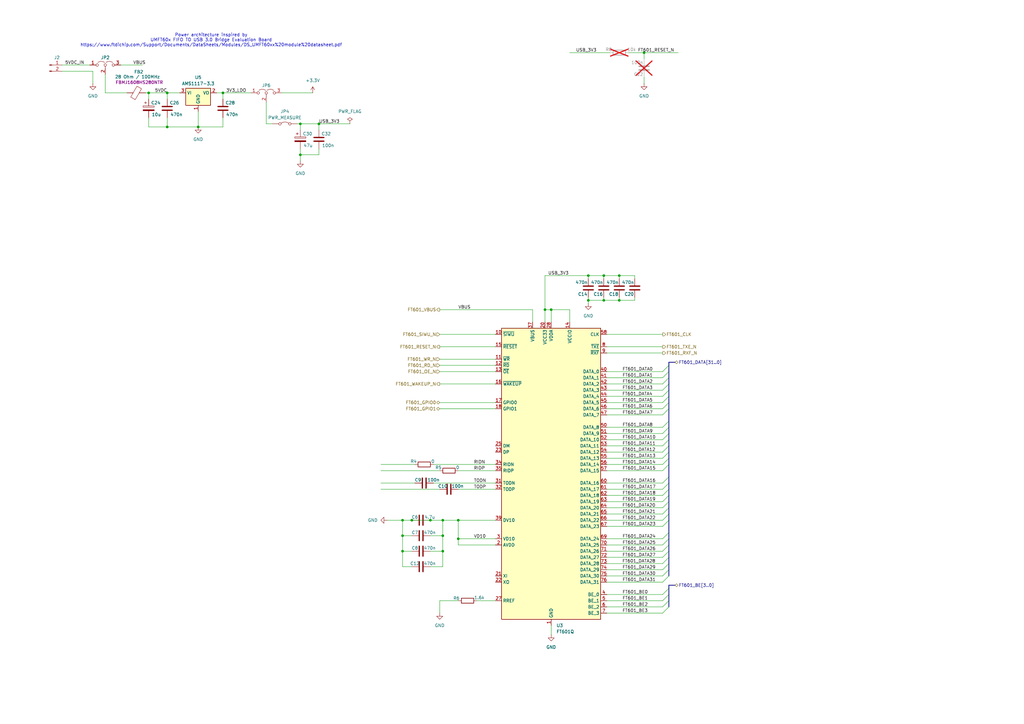
<source format=kicad_sch>
(kicad_sch (version 20250114) (generator "eeschema") (generator_version "9.0")
  (paper "A3")
  (lib_symbols
    (symbol "Connector:Conn_01x02_Pin" (pin_names (offset 1.016) (hide yes))
      (property "Reference" "J" (at 0 2.54 0))
      (property "Value" "Conn_01x02_Pin" (at 0 -5.08 0))
      (symbol "Conn_01x02_Pin_1_1"
        (rectangle (start 0.8636 0.127) (end 0 -0.127) (stroke (width 0.1524)) (fill (type outline)))
        (rectangle (start 0.8636 -2.413) (end 0 -2.667) (stroke (width 0.1524)) (fill (type outline)))
        (polyline (pts (xy 1.27 0) (xy 0.8636 0)) (stroke (width 0.1524)))
        (polyline (pts (xy 1.27 -2.54) (xy 0.8636 -2.54)) (stroke (width 0.1524)))
        (pin passive line (at 5.08 0 180) (length 3.81) (name "Pin_1") (number "1"))
        (pin passive line (at 5.08 -2.54 180) (length 3.81) (name "Pin_2") (number "2"))
      )
    )
    (symbol "Device:C" (pin_numbers (hide yes)) (pin_names (offset 0.254))
      (property "Reference" "C" (at 0.635 2.54 0))
      (property "Value" "C" (at 0.635 -2.54 0))
      (symbol "C_0_1"
        (polyline (pts (xy -2.032 0.762) (xy 2.032 0.762)) (stroke (width 0.508)))
        (polyline (pts (xy -2.032 -0.762) (xy 2.032 -0.762)) (stroke (width 0.508)))
      )
      (symbol "C_1_1"
        (pin passive line (at 0 3.81 270) (length 2.794) (name "~") (number "1"))
        (pin passive line (at 0 -3.81 90) (length 2.794) (name "~") (number "2"))
      )
    )
    (symbol "Device:C_Polarized" (pin_numbers (hide yes)) (pin_names (offset 0.254))
      (property "Reference" "C" (at 0.635 2.54 0))
      (property "Value" "C_Polarized" (at 0.635 -2.54 0))
      (symbol "C_Polarized_0_1"
        (rectangle (start -2.286 0.508) (end 2.286 1.016))
        (polyline (pts (xy -1.778 2.286) (xy -0.762 2.286)))
        (polyline (pts (xy -1.27 2.794) (xy -1.27 1.778)))
        (rectangle (start 2.286 -0.508) (end -2.286 -1.016) (fill (type outline)))
      )
      (symbol "C_Polarized_1_1"
        (pin passive line (at 0 3.81 270) (length 2.794) (name "~") (number "1"))
        (pin passive line (at 0 -3.81 90) (length 2.794) (name "~") (number "2"))
      )
    )
    (symbol "Device:FerriteBead" (pin_numbers (hide yes)) (pin_names (offset 0))
      (property "Reference" "FB" (at -3.81 0.635 90))
      (property "Value" "FerriteBead" (at 3.81 0 90))
      (symbol "FerriteBead_0_1"
        (polyline (pts (xy -2.7686 0.4064) (xy -1.7018 2.2606) (xy 2.7686 -0.3048) (xy 1.6764 -2.159) (xy -2.7686 0.4064)))
        (polyline (pts (xy 0 1.27) (xy 0 1.2954)))
        (polyline (pts (xy 0 -1.27) (xy 0 -1.2192)))
      )
      (symbol "FerriteBead_1_1"
        (pin passive line (at 0 3.81 270) (length 2.54) (name "~") (number "1"))
        (pin passive line (at 0 -3.81 90) (length 2.54) (name "~") (number "2"))
      )
    )
    (symbol "Device:R" (pin_numbers (hide yes)) (pin_names (offset 0))
      (property "Reference" "R" (at 2.032 0 90))
      (property "Value" "R" (at 0 0 90))
      (symbol "R_0_1"
        (rectangle (start -1.016 -2.54) (end 1.016 2.54) (stroke (width 0.254)))
      )
      (symbol "R_1_1"
        (pin passive line (at 0 3.81 270) (length 1.27) (name "~") (number "1"))
        (pin passive line (at 0 -3.81 90) (length 1.27) (name "~") (number "2"))
      )
    )
    (symbol "Interface_USB:FT601Q"
      (property "Reference" "U" (at -19.05 62.23 0))
      (property "Value" "FT601Q" (at 16.51 62.23 0))
      (symbol "FT601Q_0_1"
        (rectangle (start -20.32 60.96) (end 20.32 -58.42) (stroke (width 0.254)) (fill (type background)))
      )
      (symbol "FT601Q_1_1"
        (pin input line (at -22.86 58.42 0) (length 2.54) (name "~{SIWU}") (number "10"))
        (pin input line (at -22.86 53.34 0) (length 2.54) (name "~{RESET}") (number "15"))
        (pin input line (at -22.86 48.26 0) (length 2.54) (name "~{WR}") (number "11"))
        (pin input line (at -22.86 45.72 0) (length 2.54) (name "~{RD}") (number "12"))
        (pin input line (at -22.86 43.18 0) (length 2.54) (name "~{OE}") (number "13"))
        (pin bidirectional line (at -22.86 38.1 0) (length 2.54) (name "~{WAKEUP}") (number "16"))
        (pin bidirectional line (at -22.86 30.48 0) (length 2.54) (name "GPIO0") (number "17"))
        (pin bidirectional line (at -22.86 27.94 0) (length 2.54) (name "GPIO1") (number "18"))
        (pin bidirectional line (at -22.86 12.7 0) (length 2.54) (name "DM") (number "25"))
        (pin bidirectional line (at -22.86 10.16 0) (length 2.54) (name "DP") (number "23"))
        (pin input line (at -22.86 5.08 0) (length 2.54) (name "RIDN") (number "34"))
        (pin input line (at -22.86 2.54 0) (length 2.54) (name "RIDP") (number "35"))
        (pin output line (at -22.86 -2.54 0) (length 2.54) (name "TODN") (number "31"))
        (pin output line (at -22.86 -5.08 0) (length 2.54) (name "TODP") (number "32"))
        (pin power_out line (at -22.86 -17.78 0) (length 2.54) (name "DV10") (number "39"))
        (pin power_in line (at -22.86 -25.4 0) (length 2.54) (name "VD10") (number "3"))
        (pin passive line (at -22.86 -25.4 0) (length 2.54) (hide yes) (name "VD10") (number "30"))
        (pin passive line (at -22.86 -25.4 0) (length 2.54) (hide yes) (name "VD10") (number "33"))
        (pin passive line (at -22.86 -25.4 0) (length 2.54) (hide yes) (name "VD10") (number "48"))
        (pin power_in line (at -22.86 -27.94 0) (length 2.54) (name "AVDD") (number "2"))
        (pin input line (at -22.86 -40.64 0) (length 2.54) (name "XI") (number "21"))
        (pin output line (at -22.86 -43.18 0) (length 2.54) (name "XO") (number "22"))
        (pin input line (at -22.86 -50.8 0) (length 2.54) (name "RREF") (number "27"))
        (pin no_connect line (at -20.32 -48.26 0) (length 2.54) (hide yes) (name "Reserved") (number "19"))
        (pin power_in line (at -7.62 63.5 270) (length 2.54) (name "VBUS") (number "37"))
        (pin power_in line (at -2.54 63.5 270) (length 2.54) (name "VCC33") (number "20"))
        (pin passive line (at -2.54 63.5 270) (length 2.54) (hide yes) (name "VCC33") (number "24"))
        (pin passive line (at -2.54 63.5 270) (length 2.54) (hide yes) (name "VCC33") (number "38"))
        (pin power_in line (at 0 63.5 270) (length 2.54) (name "VDDA") (number "28"))
        (pin power_in line (at 0 -60.96 90) (length 2.54) (name "GND") (number "1"))
        (pin passive line (at 0 -60.96 90) (length 2.54) (hide yes) (name "GND") (number "26"))
        (pin passive line (at 0 -60.96 90) (length 2.54) (hide yes) (name "GND") (number "29"))
        (pin passive line (at 0 -60.96 90) (length 2.54) (hide yes) (name "GND") (number "36"))
        (pin passive line (at 0 -60.96 90) (length 2.54) (hide yes) (name "GND") (number "77"))
        (pin power_in line (at 7.62 63.5 270) (length 2.54) (name "VCCIO") (number "14"))
        (pin passive line (at 7.62 63.5 270) (length 2.54) (hide yes) (name "VCCIO") (number "49"))
        (pin passive line (at 7.62 63.5 270) (length 2.54) (hide yes) (name "VCCIO") (number "59"))
        (pin passive line (at 7.62 63.5 270) (length 2.54) (hide yes) (name "VCCIO") (number "68"))
        (pin output line (at 22.86 58.42 180) (length 2.54) (name "CLK") (number "58"))
        (pin output line (at 22.86 53.34 180) (length 2.54) (name "~{TXE}") (number "8"))
        (pin output line (at 22.86 50.8 180) (length 2.54) (name "~{RXF}") (number "9"))
        (pin bidirectional line (at 22.86 43.18 180) (length 2.54) (name "DATA_0") (number "40"))
        (pin bidirectional line (at 22.86 40.64 180) (length 2.54) (name "DATA_1") (number "41"))
        (pin bidirectional line (at 22.86 38.1 180) (length 2.54) (name "DATA_2") (number "42"))
        (pin bidirectional line (at 22.86 35.56 180) (length 2.54) (name "DATA_3") (number "43"))
        (pin bidirectional line (at 22.86 33.02 180) (length 2.54) (name "DATA_4") (number "44"))
        (pin bidirectional line (at 22.86 30.48 180) (length 2.54) (name "DATA_5") (number "45"))
        (pin bidirectional line (at 22.86 27.94 180) (length 2.54) (name "DATA_6") (number "46"))
        (pin bidirectional line (at 22.86 25.4 180) (length 2.54) (name "DATA_7") (number "47"))
        (pin bidirectional line (at 22.86 20.32 180) (length 2.54) (name "DATA_8") (number "50"))
        (pin bidirectional line (at 22.86 17.78 180) (length 2.54) (name "DATA_9") (number "51"))
        (pin bidirectional line (at 22.86 15.24 180) (length 2.54) (name "DATA_10") (number "52"))
        (pin bidirectional line (at 22.86 12.7 180) (length 2.54) (name "DATA_11") (number "53"))
        (pin bidirectional line (at 22.86 10.16 180) (length 2.54) (name "DATA_12") (number "54"))
        (pin bidirectional line (at 22.86 7.62 180) (length 2.54) (name "DATA_13") (number "55"))
        (pin bidirectional line (at 22.86 5.08 180) (length 2.54) (name "DATA_14") (number "56"))
        (pin bidirectional line (at 22.86 2.54 180) (length 2.54) (name "DATA_15") (number "57"))
        (pin bidirectional line (at 22.86 -2.54 180) (length 2.54) (name "DATA_16") (number "60"))
        (pin bidirectional line (at 22.86 -5.08 180) (length 2.54) (name "DATA_17") (number "61"))
        (pin bidirectional line (at 22.86 -7.62 180) (length 2.54) (name "DATA_18") (number "62"))
        (pin bidirectional line (at 22.86 -10.16 180) (length 2.54) (name "DATA_19") (number "63"))
        (pin bidirectional line (at 22.86 -12.7 180) (length 2.54) (name "DATA_20") (number "64"))
        (pin bidirectional line (at 22.86 -15.24 180) (length 2.54) (name "DATA_21") (number "65"))
        (pin bidirectional line (at 22.86 -17.78 180) (length 2.54) (name "DATA_22") (number "66"))
        (pin bidirectional line (at 22.86 -20.32 180) (length 2.54) (name "DATA_23") (number "67"))
        (pin bidirectional line (at 22.86 -25.4 180) (length 2.54) (name "DATA_24") (number "69"))
        (pin bidirectional line (at 22.86 -27.94 180) (length 2.54) (name "DATA_25") (number "70"))
        (pin bidirectional line (at 22.86 -30.48 180) (length 2.54) (name "DATA_26") (number "71"))
        (pin bidirectional line (at 22.86 -33.02 180) (length 2.54) (name "DATA_27") (number "72"))
        (pin bidirectional line (at 22.86 -35.56 180) (length 2.54) (name "DATA_28") (number "73"))
        (pin bidirectional line (at 22.86 -38.1 180) (length 2.54) (name "DATA_29") (number "74"))
        (pin bidirectional line (at 22.86 -40.64 180) (length 2.54) (name "DATA_30") (number "75"))
        (pin bidirectional line (at 22.86 -43.18 180) (length 2.54) (name "DATA_31") (number "76"))
        (pin bidirectional line (at 22.86 -48.26 180) (length 2.54) (name "BE_0") (number "4"))
        (pin bidirectional line (at 22.86 -50.8 180) (length 2.54) (name "BE_1") (number "5"))
        (pin bidirectional line (at 22.86 -53.34 180) (length 2.54) (name "BE_2") (number "6"))
        (pin bidirectional line (at 22.86 -55.88 180) (length 2.54) (name "BE_3") (number "7"))
      )
    )
    (symbol "Jumper:Jumper_2_Bridged" (pin_numbers (hide yes)) (pin_names (offset 0) (hide yes)) (exclude_from_sim yes)
      (property "Reference" "JP" (at 0 1.905 0))
      (property "Value" "Jumper_2_Bridged" (at 0 -2.54 0))
      (symbol "Jumper_2_Bridged_0_0"
        (circle (center -2.032 0) (radius 0.508))
        (circle (center 2.032 0) (radius 0.508))
      )
      (symbol "Jumper_2_Bridged_0_1"
        (arc (start -1.524 0.254) (mid 0 0.762) (end 1.524 0.254))
      )
      (symbol "Jumper_2_Bridged_1_1"
        (pin passive line (at -5.08 0 0) (length 2.54) (name "A") (number "1"))
        (pin passive line (at 5.08 0 180) (length 2.54) (name "B") (number "2"))
      )
    )
    (symbol "Jumper:Jumper_3_Open" (pin_names (offset 0) (hide yes)) (exclude_from_sim yes) (in_bom no)
      (property "Reference" "JP" (at -2.54 -2.54 0))
      (property "Value" "Jumper_3_Open" (at 0 2.794 0))
      (symbol "Jumper_3_Open_0_0"
        (circle (center -3.302 0) (radius 0.508))
        (circle (center 0 0) (radius 0.508))
        (circle (center 3.302 0) (radius 0.508))
      )
      (symbol "Jumper_3_Open_0_1"
        (arc (start -3.048 1.016) (mid -1.651 1.4992) (end -0.254 1.016))
        (polyline (pts (xy 0 -0.508) (xy 0 -1.27)))
        (arc (start 0.254 1.016) (mid 1.651 1.4992) (end 3.048 1.016))
      )
      (symbol "Jumper_3_Open_1_1"
        (pin passive line (at -6.35 0 0) (length 2.54) (name "A") (number "1"))
        (pin passive line (at 0 -3.81 90) (length 2.54) (name "C") (number "2"))
        (pin passive line (at 6.35 0 180) (length 2.54) (name "B") (number "3"))
      )
    )
    (symbol "Regulator_Linear:AMS1117-3.3"
      (property "Reference" "U" (at -3.81 3.175 0))
      (property "Value" "AMS1117-3.3" (at 0 3.175 0))
      (symbol "AMS1117-3.3_0_1"
        (rectangle (start -5.08 -5.08) (end 5.08 1.905) (stroke (width 0.254)) (fill (type background)))
      )
      (symbol "AMS1117-3.3_1_1"
        (pin power_in line (at -7.62 0 0) (length 2.54) (name "VI") (number "3"))
        (pin power_in line (at 0 -7.62 90) (length 2.54) (name "GND") (number "1"))
        (pin power_out line (at 7.62 0 180) (length 2.54) (name "VO") (number "2"))
      )
    )
    (symbol "power:+3.3V" (power) (pin_numbers (hide yes)) (pin_names (offset 0) (hide yes))
      (property "Value" "+3.3V" (at 0 3.556 0))
      (symbol "+3.3V_0_1"
        (polyline (pts (xy -0.762 1.27) (xy 0 2.54)))
        (polyline (pts (xy 0 2.54) (xy 0.762 1.27)))
        (polyline (pts (xy 0 0) (xy 0 2.54)))
      )
      (symbol "+3.3V_1_1"
        (pin power_in line (at 0 0 90) (length 0) (name "~") (number "1"))
      )
    )
    (symbol "power:GND" (power) (pin_numbers (hide yes)) (pin_names (offset 0) (hide yes))
      (property "Value" "GND" (at 0 -3.81 0))
      (symbol "GND_0_1"
        (polyline (pts (xy 0 0) (xy 0 -1.27) (xy 1.27 -1.27) (xy 0 -2.54) (xy -1.27 -1.27) (xy 0 -1.27)))
      )
      (symbol "GND_1_1"
        (pin power_in line (at 0 0 270) (length 0) (name "~") (number "1"))
      )
    )
    (symbol "power:PWR_FLAG" (power) (pin_numbers (hide yes)) (pin_names (offset 0) (hide yes))
      (property "Value" "PWR_FLAG" (at 0 3.81 0))
      (symbol "PWR_FLAG_0_0"
        (pin power_out line (at 0 0 90) (length 0) (name "~") (number "1"))
      )
      (symbol "PWR_FLAG_0_1"
        (polyline (pts (xy 0 0) (xy 0 1.27) (xy -1.016 1.905) (xy 0 2.54) (xy 1.016 1.905) (xy 0 1.27)))
      )
    )
  )
  (text "Power architecture inspired by\nUMFT60x FIFO TO USB 3.0 Bridge Evaluation Board\nhttps://www.ftdichip.com/Support/Documents/DataSheets/Modules/DS_UMFT60xx%20module%20datasheet.pdf" (at 86.614 16.51 0) (effects (font (size 1.27 1.27))))
  (junction (at 123.19 63.5))
  (junction (at 81.28 52.07))
  (junction (at 247.65 123.19))
  (junction (at 165.1 213.36))
  (junction (at 176.53 213.36))
  (junction (at 181.61 213.36))
  (junction (at 254 123.19))
  (junction (at 187.96 220.98))
  (junction (at 223.52 127))
  (junction (at 91.44 38.1))
  (junction (at 165.1 226.06))
  (junction (at 130.81 50.8))
  (junction (at 226.06 127))
  (junction (at 264.16 21.59))
  (junction (at 68.58 38.1))
  (junction (at 247.65 113.03))
  (junction (at 241.3 123.19))
  (junction (at 168.91 213.36))
  (junction (at 187.96 213.36))
  (junction (at 123.19 50.8))
  (junction (at 181.61 219.71))
  (junction (at 68.58 52.07))
  (junction (at 254 113.03))
  (junction (at 241.3 113.03))
  (junction (at 165.1 219.71))
  (junction (at 181.61 226.06))
  (junction (at 60.96 38.1))
  (bus_entry (at 271.78 231.14) (size 2.54 -2.54))
  (bus_entry (at 271.78 175.26) (size 2.54 -2.54))
  (bus_entry (at 271.78 220.98) (size 2.54 -2.54))
  (bus_entry (at 271.78 215.9) (size 2.54 -2.54))
  (bus_entry (at 271.78 193.04) (size 2.54 -2.54))
  (bus_entry (at 271.78 154.94) (size 2.54 -2.54))
  (bus_entry (at 271.78 210.82) (size 2.54 -2.54))
  (bus_entry (at 271.78 248.92) (size 2.54 -2.54))
  (bus_entry (at 271.78 251.46) (size 2.54 -2.54))
  (bus_entry (at 271.78 165.1) (size 2.54 -2.54))
  (bus_entry (at 271.78 160.02) (size 2.54 -2.54))
  (bus_entry (at 271.78 185.42) (size 2.54 -2.54))
  (bus_entry (at 271.78 152.4) (size 2.54 -2.54))
  (bus_entry (at 271.78 167.64) (size 2.54 -2.54))
  (bus_entry (at 271.78 187.96) (size 2.54 -2.54))
  (bus_entry (at 271.78 162.56) (size 2.54 -2.54))
  (bus_entry (at 271.78 243.84) (size 2.54 -2.54))
  (bus_entry (at 271.78 208.28) (size 2.54 -2.54))
  (bus_entry (at 271.78 203.2) (size 2.54 -2.54))
  (bus_entry (at 271.78 177.8) (size 2.54 -2.54))
  (bus_entry (at 271.78 238.76) (size 2.54 -2.54))
  (bus_entry (at 271.78 236.22) (size 2.54 -2.54))
  (bus_entry (at 271.78 180.34) (size 2.54 -2.54))
  (bus_entry (at 271.78 200.66) (size 2.54 -2.54))
  (bus_entry (at 271.78 170.18) (size 2.54 -2.54))
  (bus_entry (at 271.78 213.36) (size 2.54 -2.54))
  (bus_entry (at 271.78 205.74) (size 2.54 -2.54))
  (bus_entry (at 271.78 233.68) (size 2.54 -2.54))
  (bus_entry (at 271.78 246.38) (size 2.54 -2.54))
  (bus_entry (at 271.78 223.52) (size 2.54 -2.54))
  (bus_entry (at 271.78 157.48) (size 2.54 -2.54))
  (bus_entry (at 271.78 226.06) (size 2.54 -2.54))
  (bus_entry (at 271.78 198.12) (size 2.54 -2.54))
  (bus_entry (at 271.78 190.5) (size 2.54 -2.54))
  (bus_entry (at 271.78 182.88) (size 2.54 -2.54))
  (bus_entry (at 271.78 228.6) (size 2.54 -2.54))
  (wire (pts (xy 181.61 226.06) (xy 181.61 232.41)))
  (bus (pts (xy 274.32 218.44) (xy 274.32 220.98)))
  (wire (pts (xy 264.16 21.59) (xy 278.13 21.59)))
  (wire (pts (xy 248.92 205.74) (xy 271.78 205.74)))
  (wire (pts (xy 248.92 238.76) (xy 271.78 238.76)))
  (wire (pts (xy 248.92 200.66) (xy 271.78 200.66)))
  (wire (pts (xy 248.92 182.88) (xy 271.78 182.88)))
  (bus (pts (xy 274.32 223.52) (xy 274.32 226.06)))
  (wire (pts (xy 180.34 137.16) (xy 203.2 137.16)))
  (wire (pts (xy 247.65 113.03) (xy 254 113.03)))
  (wire (pts (xy 248.92 177.8) (xy 271.78 177.8)))
  (wire (pts (xy 248.92 193.04) (xy 271.78 193.04)))
  (wire (pts (xy 226.06 132.08) (xy 226.06 127)))
  (wire (pts (xy 60.96 52.07) (xy 68.58 52.07)))
  (bus (pts (xy 274.32 241.3) (xy 274.32 240.03)))
  (wire (pts (xy 25.4 29.21) (xy 38.1 29.21)))
  (wire (pts (xy 218.44 132.08) (xy 218.44 127)))
  (wire (pts (xy 43.18 38.1) (xy 52.07 38.1)))
  (wire (pts (xy 68.58 48.26) (xy 68.58 52.07)))
  (wire (pts (xy 248.92 213.36) (xy 271.78 213.36)))
  (wire (pts (xy 180.34 165.1) (xy 203.2 165.1)))
  (bus (pts (xy 274.32 152.4) (xy 274.32 154.94)))
  (wire (pts (xy 248.92 251.46) (xy 271.78 251.46)))
  (wire (pts (xy 123.19 63.5) (xy 130.81 63.5)))
  (bus (pts (xy 274.32 149.86) (xy 274.32 152.4)))
  (wire (pts (xy 38.1 29.21) (xy 38.1 34.29)))
  (wire (pts (xy 180.34 246.38) (xy 180.34 251.46)))
  (wire (pts (xy 248.92 233.68) (xy 271.78 233.68)))
  (wire (pts (xy 233.68 127) (xy 226.06 127)))
  (wire (pts (xy 223.52 127) (xy 223.52 132.08)))
  (wire (pts (xy 168.91 213.36) (xy 176.53 213.36)))
  (wire (pts (xy 248.92 175.26) (xy 271.78 175.26)))
  (wire (pts (xy 248.92 180.34) (xy 271.78 180.34)))
  (wire (pts (xy 68.58 38.1) (xy 68.58 40.64)))
  (wire (pts (xy 81.28 52.07) (xy 68.58 52.07)))
  (wire (pts (xy 248.92 248.92) (xy 271.78 248.92)))
  (wire (pts (xy 187.96 193.04) (xy 203.2 193.04)))
  (wire (pts (xy 156.21 193.04) (xy 180.34 193.04)))
  (wire (pts (xy 181.61 213.36) (xy 181.61 219.71)))
  (wire (pts (xy 180.34 127) (xy 218.44 127)))
  (wire (pts (xy 59.69 38.1) (xy 60.96 38.1)))
  (wire (pts (xy 248.92 137.16) (xy 271.78 137.16)))
  (wire (pts (xy 123.19 50.8) (xy 130.81 50.8)))
  (wire (pts (xy 165.1 219.71) (xy 165.1 226.06)))
  (wire (pts (xy 248.92 165.1) (xy 271.78 165.1)))
  (bus (pts (xy 274.32 190.5) (xy 274.32 195.58)))
  (wire (pts (xy 180.34 147.32) (xy 203.2 147.32)))
  (bus (pts (xy 274.32 185.42) (xy 274.32 187.96)))
  (wire (pts (xy 81.28 52.07) (xy 91.44 52.07)))
  (bus (pts (xy 274.32 180.34) (xy 274.32 182.88)))
  (wire (pts (xy 165.1 213.36) (xy 168.91 213.36)))
  (wire (pts (xy 187.96 220.98) (xy 187.96 213.36)))
  (wire (pts (xy 203.2 223.52) (xy 187.96 223.52)))
  (wire (pts (xy 248.92 210.82) (xy 271.78 210.82)))
  (wire (pts (xy 91.44 38.1) (xy 91.44 40.64)))
  (bus (pts (xy 274.32 248.92) (xy 274.32 246.38)))
  (wire (pts (xy 241.3 123.19) (xy 247.65 123.19)))
  (wire (pts (xy 248.92 246.38) (xy 271.78 246.38)))
  (wire (pts (xy 176.53 226.06) (xy 181.61 226.06)))
  (wire (pts (xy 248.92 208.28) (xy 271.78 208.28)))
  (wire (pts (xy 123.19 60.96) (xy 123.19 63.5)))
  (bus (pts (xy 274.32 177.8) (xy 274.32 180.34)))
  (wire (pts (xy 248.92 144.78) (xy 271.78 144.78)))
  (bus (pts (xy 274.32 175.26) (xy 274.32 177.8)))
  (wire (pts (xy 165.1 226.06) (xy 165.1 232.41)))
  (wire (pts (xy 91.44 38.1) (xy 102.87 38.1)))
  (wire (pts (xy 180.34 152.4) (xy 203.2 152.4)))
  (wire (pts (xy 176.53 232.41) (xy 181.61 232.41)))
  (wire (pts (xy 247.65 121.92) (xy 247.65 123.19)))
  (wire (pts (xy 187.96 213.36) (xy 203.2 213.36)))
  (wire (pts (xy 156.21 198.12) (xy 170.18 198.12)))
  (wire (pts (xy 264.16 21.59) (xy 264.16 24.13)))
  (wire (pts (xy 203.2 220.98) (xy 187.96 220.98)))
  (bus (pts (xy 274.32 231.14) (xy 274.32 233.68)))
  (wire (pts (xy 248.92 185.42) (xy 271.78 185.42)))
  (wire (pts (xy 248.92 157.48) (xy 271.78 157.48)))
  (bus (pts (xy 274.32 198.12) (xy 274.32 200.66)))
  (bus (pts (xy 274.32 246.38) (xy 274.32 243.84)))
  (wire (pts (xy 248.92 167.64) (xy 271.78 167.64)))
  (wire (pts (xy 156.21 190.5) (xy 170.18 190.5)))
  (wire (pts (xy 130.81 50.8) (xy 143.51 50.8)))
  (wire (pts (xy 25.4 26.67) (xy 36.83 26.67)))
  (wire (pts (xy 115.57 38.1) (xy 128.27 38.1)))
  (wire (pts (xy 248.92 198.12) (xy 271.78 198.12)))
  (wire (pts (xy 248.92 203.2) (xy 271.78 203.2)))
  (wire (pts (xy 176.53 219.71) (xy 181.61 219.71)))
  (wire (pts (xy 180.34 149.86) (xy 203.2 149.86)))
  (wire (pts (xy 248.92 226.06) (xy 271.78 226.06)))
  (wire (pts (xy 177.8 190.5) (xy 203.2 190.5)))
  (wire (pts (xy 241.3 113.03) (xy 241.3 114.3)))
  (wire (pts (xy 91.44 52.07) (xy 91.44 48.26)))
  (wire (pts (xy 264.16 31.75) (xy 264.16 34.29)))
  (wire (pts (xy 241.3 113.03) (xy 247.65 113.03)))
  (wire (pts (xy 123.19 50.8) (xy 123.19 53.34)))
  (wire (pts (xy 254 123.19) (xy 260.35 123.19)))
  (wire (pts (xy 223.52 113.03) (xy 241.3 113.03)))
  (bus (pts (xy 274.32 205.74) (xy 274.32 208.28)))
  (bus (pts (xy 274.32 148.59) (xy 274.32 149.86)))
  (bus (pts (xy 274.32 187.96) (xy 274.32 190.5)))
  (wire (pts (xy 257.81 21.59) (xy 264.16 21.59)))
  (bus (pts (xy 274.32 182.88) (xy 274.32 185.42)))
  (wire (pts (xy 233.68 21.59) (xy 250.19 21.59)))
  (wire (pts (xy 233.68 132.08) (xy 233.68 127)))
  (wire (pts (xy 81.28 52.07) (xy 81.28 45.72)))
  (wire (pts (xy 176.53 213.36) (xy 181.61 213.36)))
  (wire (pts (xy 248.92 190.5) (xy 271.78 190.5)))
  (wire (pts (xy 49.53 26.67) (xy 58.42 26.67)))
  (wire (pts (xy 226.06 127) (xy 223.52 127)))
  (bus (pts (xy 274.32 213.36) (xy 274.32 218.44)))
  (wire (pts (xy 180.34 167.64) (xy 203.2 167.64)))
  (bus (pts (xy 274.32 148.59) (xy 276.86 148.59)))
  (bus (pts (xy 274.32 210.82) (xy 274.32 213.36)))
  (wire (pts (xy 248.92 231.14) (xy 271.78 231.14)))
  (bus (pts (xy 274.32 162.56) (xy 274.32 165.1)))
  (bus (pts (xy 274.32 203.2) (xy 274.32 205.74)))
  (wire (pts (xy 248.92 152.4) (xy 271.78 152.4)))
  (wire (pts (xy 165.1 226.06) (xy 168.91 226.06)))
  (wire (pts (xy 241.3 123.19) (xy 241.3 124.46)))
  (wire (pts (xy 248.92 162.56) (xy 271.78 162.56)))
  (bus (pts (xy 274.32 243.84) (xy 274.32 241.3)))
  (bus (pts (xy 274.32 154.94) (xy 274.32 157.48)))
  (bus (pts (xy 274.32 200.66) (xy 274.32 203.2)))
  (wire (pts (xy 181.61 219.71) (xy 181.61 226.06)))
  (wire (pts (xy 248.92 187.96) (xy 271.78 187.96)))
  (wire (pts (xy 68.58 38.1) (xy 73.66 38.1)))
  (bus (pts (xy 274.32 172.72) (xy 274.32 175.26)))
  (wire (pts (xy 254 113.03) (xy 260.35 113.03)))
  (wire (pts (xy 109.22 50.8) (xy 111.76 50.8)))
  (bus (pts (xy 274.32 228.6) (xy 274.32 231.14)))
  (wire (pts (xy 248.92 236.22) (xy 271.78 236.22)))
  (wire (pts (xy 223.52 113.03) (xy 223.52 127)))
  (bus (pts (xy 274.32 157.48) (xy 274.32 160.02)))
  (wire (pts (xy 109.22 41.91) (xy 109.22 50.8)))
  (wire (pts (xy 260.35 123.19) (xy 260.35 121.92)))
  (wire (pts (xy 187.96 246.38) (xy 180.34 246.38)))
  (bus (pts (xy 274.32 167.64) (xy 274.32 172.72)))
  (wire (pts (xy 60.96 38.1) (xy 68.58 38.1)))
  (wire (pts (xy 248.92 243.84) (xy 271.78 243.84)))
  (wire (pts (xy 187.96 200.66) (xy 203.2 200.66)))
  (wire (pts (xy 168.91 219.71) (xy 165.1 219.71)))
  (bus (pts (xy 274.32 160.02) (xy 274.32 162.56)))
  (wire (pts (xy 187.96 223.52) (xy 187.96 220.98)))
  (wire (pts (xy 180.34 142.24) (xy 203.2 142.24)))
  (wire (pts (xy 88.9 38.1) (xy 91.44 38.1)))
  (wire (pts (xy 248.92 223.52) (xy 271.78 223.52)))
  (wire (pts (xy 60.96 38.1) (xy 60.96 40.64)))
  (bus (pts (xy 274.32 233.68) (xy 274.32 236.22)))
  (wire (pts (xy 254 121.92) (xy 254 123.19)))
  (wire (pts (xy 43.18 30.48) (xy 43.18 38.1)))
  (wire (pts (xy 226.06 256.54) (xy 226.06 260.35)))
  (wire (pts (xy 248.92 154.94) (xy 271.78 154.94)))
  (wire (pts (xy 195.58 246.38) (xy 203.2 246.38)))
  (wire (pts (xy 165.1 219.71) (xy 165.1 213.36)))
  (wire (pts (xy 254 113.03) (xy 254 114.3)))
  (wire (pts (xy 123.19 63.5) (xy 123.19 66.04)))
  (wire (pts (xy 260.35 113.03) (xy 260.35 114.3)))
  (wire (pts (xy 241.3 121.92) (xy 241.3 123.19)))
  (bus (pts (xy 274.32 220.98) (xy 274.32 223.52)))
  (wire (pts (xy 177.8 198.12) (xy 203.2 198.12)))
  (wire (pts (xy 248.92 160.02) (xy 271.78 160.02)))
  (wire (pts (xy 247.65 123.19) (xy 254 123.19)))
  (wire (pts (xy 181.61 213.36) (xy 187.96 213.36)))
  (wire (pts (xy 248.92 170.18) (xy 271.78 170.18)))
  (wire (pts (xy 130.81 63.5) (xy 130.81 60.96)))
  (bus (pts (xy 274.32 240.03) (xy 276.86 240.03)))
  (wire (pts (xy 248.92 228.6) (xy 271.78 228.6)))
  (bus (pts (xy 274.32 208.28) (xy 274.32 210.82)))
  (wire (pts (xy 60.96 48.26) (xy 60.96 52.07)))
  (wire (pts (xy 156.21 200.66) (xy 180.34 200.66)))
  (wire (pts (xy 248.92 220.98) (xy 271.78 220.98)))
  (wire (pts (xy 165.1 232.41) (xy 168.91 232.41)))
  (wire (pts (xy 248.92 142.24) (xy 271.78 142.24)))
  (bus (pts (xy 274.32 226.06) (xy 274.32 228.6)))
  (bus (pts (xy 274.32 195.58) (xy 274.32 198.12)))
  (wire (pts (xy 130.81 50.8) (xy 130.81 53.34)))
  (wire (pts (xy 158.75 213.36) (xy 165.1 213.36)))
  (bus (pts (xy 274.32 165.1) (xy 274.32 167.64)))
  (wire (pts (xy 247.65 113.03) (xy 247.65 114.3)))
  (wire (pts (xy 248.92 215.9) (xy 271.78 215.9)))
  (wire (pts (xy 180.34 157.48) (xy 203.2 157.48)))
  (wire (pts (xy 121.92 50.8) (xy 123.19 50.8)))
  (label "VD10" (at 194.31 220.98 0))
  (label "FT601_DATA1" (at 255.27 154.94 0))
  (label "FT601_DATA3" (at 255.2386 160.02 0))
  (label "FT601_DATA2" (at 255.27 157.48 0))
  (label "FT601_DATA22" (at 255.2386 213.36 0))
  (label "FT601_RESET_N" (at 261.62 21.59 0))
  (label "5VDC" (at 63.5 38.1 0))
  (label "FT601_DATA25" (at 255.27 223.52 0))
  (label "FT601_DATA7" (at 255.27 170.18 0))
  (label "FT601_BE3" (at 255.2386 251.46 0))
  (label "FT601_DATA29" (at 255.2386 233.68 0))
  (label "FT601_DATA13" (at 255.2386 187.96 0))
  (label "FT601_BE0" (at 255.27 243.84 0))
  (label "FT601_DATA19" (at 255.2386 205.74 0))
  (label "FT601_DATA4" (at 255.1667 162.56 0))
  (label "FT601_DATA10" (at 255.27 180.34 0))
  (label "FT601_DATA27" (at 255.2386 228.6 0))
  (label "FT601_DATA26" (at 255.27 226.06 0))
  (label "FT601_DATA30" (at 255.2386 236.22 0))
  (label "FT601_BE2" (at 255.27 248.92 0))
  (label "FT601_DATA5" (at 255.2386 165.1 0))
  (label "FT601_DATA24" (at 255.27 220.98 0))
  (label "5VDC_IN" (at 26.67 26.67 0))
  (label "VBUS" (at 187.96 127 0))
  (label "FT601_DATA14" (at 255.2386 190.5 0))
  (label "FT601_DATA15" (at 255.27 193.04 0))
  (label "3V3_LDO" (at 92.71 38.1 0))
  (label "FT601_BE1" (at 255.27 246.38 0))
  (label "FT601_DATA0" (at 255.27 152.4 0))
  (label "FT601_DATA18" (at 255.27 203.2 0))
  (label "RIDN" (at 194.31 190.5 0))
  (label "FT601_DATA8" (at 255.27 175.26 0))
  (label "USB_3V3" (at 224.79 113.03 0))
  (label "FT601_DATA12" (at 255.1667 185.42 0))
  (label "FT601_DATA28" (at 255.1667 231.14 0))
  (label "FT601_DATA31" (at 255.27 238.76 0))
  (label "FT601_DATA11" (at 255.2386 182.88 0))
  (label "FT601_DATA21" (at 255.2386 210.82 0))
  (label "USB_3V3" (at 130.81 50.8 0))
  (label "TODN" (at 194.31 198.12 0))
  (label "USB_3V3" (at 236.22 21.59 0))
  (label "TODP" (at 194.31 200.66 0))
  (label "RIDP" (at 194.31 193.04 0))
  (label "FT601_DATA17" (at 255.27 200.66 0))
  (label "FT601_DATA23" (at 255.27 215.9 0))
  (label "FT601_DATA20" (at 255.1667 208.28 0))
  (label "FT601_DATA9" (at 255.27 177.8 0))
  (label "FT601_DATA6" (at 255.2386 167.64 0))
  (label "FT601_DATA16" (at 255.27 198.12 0))
  (label "VBUS" (at 54.61 26.67 0))
  (hierarchical_label "FT601_RESET_N" (shape output) (at 180.34 142.24 180))
  (hierarchical_label "FT601_SIWU_N" (shape input) (at 180.34 137.16 180))
  (hierarchical_label "FT601_TXE_N" (shape output) (at 271.78 142.24 0))
  (hierarchical_label "FT601_DATA[31..0]" (shape bidirectional) (at 276.86 148.59 0))
  (hierarchical_label "FT601_WAKEUP_N" (shape output) (at 180.34 157.48 180))
  (hierarchical_label "FT601_CLK" (shape output) (at 271.78 137.16 0))
  (hierarchical_label "FT601_VBUS" (shape output) (at 180.34 127 180))
  (hierarchical_label "FT601_RXF_N" (shape output) (at 271.78 144.78 0))
  (hierarchical_label "FT601_GPIO1" (shape bidirectional) (at 180.34 167.64 180))
  (hierarchical_label "FT601_BE[3..0]" (shape bidirectional) (at 276.86 240.03 0))
  (hierarchical_label "FT601_WR_N" (shape input) (at 180.34 147.32 180))
  (hierarchical_label "FT601_OE_N" (shape input) (at 180.34 152.4 180))
  (hierarchical_label "FT601_GPIO0" (shape bidirectional) (at 180.34 165.1 180))
  (hierarchical_label "FT601_RD_N" (shape input) (at 180.34 149.86 180))
  (symbol (lib_id "power:GND") (at 38.1 34.29 0) (unit 1)
    (property "Reference" "#PWR017" (effects (hide yes)))
    (property "Value" "GND" (at 38.1 39.37 0))
    (property "Description" "Power symbol creates a global label with name \"GND\" , ground" (effects (hide yes)))
    (instances (project "fpga_usb" (path "" (reference "#PWR018") (unit 1)) (path "" (reference "#PWR017") (unit 1))))
  )
  (symbol (lib_id "Device:C") (at 184.15 200.66 90) (unit 1)
    (property "Reference" "C5" (at 181.61 199.39 90))
    (property "Value" "100n" (at 187.706 199.39 90))
    (property "Footprint" "Capacitor_SMD:C_0603_1608Metric" (effects (hide yes)))
    (property "Description" "Unpolarized capacitor" (effects (hide yes)))
    (instances (project "fpga_usb" (path "" (reference "C10") (unit 1)) (path "" (reference "C5") (unit 1))))
  )
  (symbol (lib_id "Device:C") (at 91.44 44.45 0) (unit 1)
    (property "Reference" "C27" (at 92.456 42.164 0) (effects (justify left)))
    (property "Value" "470n" (at 92.71 46.99 0) (effects (justify left)))
    (property "Description" "Unpolarized capacitor" (effects (hide yes)))
    (instances (project "fpga_usb" (path "" (reference "C28") (unit 1)) (path "" (reference "C27") (unit 1))))
  )
  (symbol (lib_id "Device:C") (at 68.58 44.45 0) (unit 1)
    (property "Reference" "C25" (at 69.596 42.164 0) (effects (justify left)))
    (property "Value" "470n" (at 69.85 46.99 0) (effects (justify left)))
    (property "Description" "Unpolarized capacitor" (effects (hide yes)))
    (instances (project "" (path "" (reference "C26") (unit 1)) (path "" (reference "C25") (unit 1))))
  )
  (symbol (lib_id "Device:C") (at 173.99 198.12 90) (unit 1)
    (property "Reference" "C4" (at 171.45 196.85 90))
    (property "Value" "100n" (at 177.8 196.85 90))
    (property "Footprint" "Capacitor_SMD:C_0603_1608Metric" (effects (hide yes)))
    (property "Description" "Unpolarized capacitor" (effects (hide yes)))
    (instances (project "fpga_usb" (path "" (reference "C9") (unit 1)) (path "" (reference "C4") (unit 1))))
  )
  (symbol (lib_id "Device:FerriteBead") (at 55.88 38.1 90) (unit 1)
    (property "Reference" "FB1" (at 56.896 29.464 90))
    (property "Value" "28 Ohm / 100MHz" (at 56.388 31.496 90))
    (property "Footprint" "Inductor_SMD:L_0603_1608Metric" (effects (hide yes)))
    (property "Description" "FBMJ1608HS280NTR" (at 57.15 33.782 90))
    (instances (project "" (path "" (reference "FB2") (unit 1)) (path "" (reference "FB1") (unit 1))))
  )
  (symbol (lib_id "Interface_USB:FT601Q") (at 226.06 195.58 0) (unit 1)
    (property "Reference" "U2" (at 228.2033 256.54 0) (effects (justify left)))
    (property "Value" "FT601Q" (at 228.2033 259.08 0) (effects (justify left)))
    (property "Footprint" "Package_DFN_QFN:QFN-76-1EP_9x9mm_P0.4mm_EP5.81x6.31mm" (effects (hide yes)))
    (property "Datasheet" "https://ftdichip.com/wp-content/uploads/2020/07/DS_FT600Q-FT601Q-IC-Datasheet.pdf" (effects (hide yes)))
    (property "Description" "USB 3.0 Super-Speed to 32 bits Sync FIFO, QFN-76" (effects (hide yes)))
    (instances (project "fpga_usb" (path "" (reference "U3") (unit 1)) (path "" (reference "U2") (unit 1))))
  )
  (symbol (lib_id "Device:C") (at 172.72 219.71 90) (unit 1)
    (property "Reference" "C2" (at 170.18 218.44 90))
    (property "Value" "470n" (at 176.276 218.44 90))
    (property "Footprint" "Capacitor_SMD:C_0603_1608Metric" (effects (hide yes)))
    (property "Description" "Unpolarized capacitor" (effects (hide yes)))
    (instances (project "fpga_usb" (path "" (reference "C7") (unit 1)) (path "" (reference "C2") (unit 1))))
  )
  (symbol (lib_id "power:GND") (at 264.16 34.29 0) (unit 1)
    (property "Reference" "#PWR013" (effects (hide yes)))
    (property "Value" "GND" (at 264.16 39.37 0))
    (property "Description" "Power symbol creates a global label with name \"GND\" , ground" (effects (hide yes)))
    (instances (project "fpga_usb" (path "" (reference "#PWR014") (unit 1)) (path "" (reference "#PWR013") (unit 1))))
  )
  (symbol (lib_id "Device:C") (at 172.72 232.41 90) (unit 1)
    (property "Reference" "C11" (at 170.18 231.14 90))
    (property "Value" "470n" (at 176.276 231.14 90))
    (property "Footprint" "Capacitor_SMD:C_0603_1608Metric" (effects (hide yes)))
    (property "Description" "Unpolarized capacitor" (effects (hide yes)))
    (instances (project "fpga_usb" (path "" (reference "C12") (unit 1)) (path "" (reference "C11") (unit 1))))
  )
  (symbol (lib_id "Jumper:Jumper_3_Open") (at 43.18 26.67 0) (unit 1)
    (property "Reference" "JP1" (at 43.18 23.622 0))
    (property "Value" "Jumper_3_Open" (effects (hide yes)))
    (property "Description" "Jumper, 3-pole, both open" (effects (hide yes)))
    (instances (project "" (path "" (reference "JP2") (unit 1)) (path "" (reference "JP1") (unit 1))))
  )
  (symbol (lib_id "Device:R") (at 254 21.59 90) (unit 1) (in_bom no) (dnp yes)
    (property "Reference" "R7" (at 249.682 20.32 90))
    (property "Value" "10k" (at 259.08 20.32 90))
    (property "Footprint" "Capacitor_SMD:C_0402_1005Metric" (effects (hide yes)))
    (property "Description" "Resistor" (effects (hide yes)))
    (instances (project "fpga_usb" (path "" (reference "R8") (unit 1)) (path "" (reference "R7") (unit 1))))
  )
  (symbol (lib_id "power:PWR_FLAG") (at 143.51 50.8 0) (unit 1)
    (property "Reference" "#FLG01" (effects (hide yes)))
    (property "Value" "PWR_FLAG" (at 143.51 45.72 0))
    (property "Description" "Special symbol for telling ERC where power comes from" (effects (hide yes)))
    (instances (project "" (path "" (reference "#FLG02") (unit 1)) (path "" (reference "#FLG01") (unit 1))))
  )
  (symbol (lib_id "Device:C") (at 247.65 118.11 180) (unit 1)
    (property "Reference" "C15" (at 245.364 120.65 0))
    (property "Value" "470n" (at 244.856 115.824 0))
    (property "Footprint" "Capacitor_SMD:C_0603_1608Metric" (effects (hide yes)))
    (property "Description" "Unpolarized capacitor" (effects (hide yes)))
    (instances (project "fpga_usb" (path "" (reference "C16") (unit 1)) (path "" (reference "C15") (unit 1))))
  )
  (symbol (lib_id "Device:C") (at 254 118.11 180) (unit 1)
    (property "Reference" "C17" (at 251.714 120.65 0))
    (property "Value" "470n" (at 251.206 115.824 0))
    (property "Footprint" "Capacitor_SMD:C_0603_1608Metric" (effects (hide yes)))
    (property "Description" "Unpolarized capacitor" (effects (hide yes)))
    (instances (project "fpga_usb" (path "" (reference "C18") (unit 1)) (path "" (reference "C17") (unit 1))))
  )
  (symbol (lib_id "power:GND") (at 158.75 213.36 270) (unit 1)
    (property "Reference" "#PWR01" (effects (hide yes)))
    (property "Value" "GND" (at 154.94 213.3599 90) (effects (justify right)))
    (property "Description" "Power symbol creates a global label with name \"GND\" , ground" (effects (hide yes)))
    (instances (project "fpga_usb" (path "" (reference "#PWR04") (unit 1)) (path "" (reference "#PWR01") (unit 1))))
  )
  (symbol (lib_id "power:GND") (at 241.3 124.46 0) (unit 1)
    (property "Reference" "#PWR09" (effects (hide yes)))
    (property "Value" "GND" (at 241.3 129.54 0))
    (property "Description" "Power symbol creates a global label with name \"GND\" , ground" (effects (hide yes)))
    (instances (project "fpga_usb" (path "" (reference "#PWR010") (unit 1)) (path "" (reference "#PWR09") (unit 1))))
  )
  (symbol (lib_id "power:GND") (at 180.34 251.46 0) (unit 1)
    (property "Reference" "#PWR02" (effects (hide yes)))
    (property "Value" "GND" (at 180.34 256.54 0))
    (property "Description" "Power symbol creates a global label with name \"GND\" , ground" (effects (hide yes)))
    (instances (project "fpga_usb" (path "" (reference "#PWR05") (unit 1)) (path "" (reference "#PWR02") (unit 1))))
  )
  (symbol (lib_id "Device:C") (at 241.3 118.11 180) (unit 1)
    (property "Reference" "C13" (at 239.014 120.65 0))
    (property "Value" "470n" (at 238.506 115.824 0))
    (property "Footprint" "Capacitor_SMD:C_0603_1608Metric" (effects (hide yes)))
    (property "Description" "Unpolarized capacitor" (effects (hide yes)))
    (instances (project "fpga_usb" (path "" (reference "C14") (unit 1)) (path "" (reference "C13") (unit 1))))
  )
  (symbol (lib_id "Device:C") (at 172.72 226.06 90) (unit 1)
    (property "Reference" "C3" (at 170.18 224.79 90))
    (property "Value" "470n" (at 176.276 224.79 90))
    (property "Footprint" "Capacitor_SMD:C_0603_1608Metric" (effects (hide yes)))
    (property "Description" "Unpolarized capacitor" (effects (hide yes)))
    (instances (project "fpga_usb" (path "" (reference "C8") (unit 1)) (path "" (reference "C3") (unit 1))))
  )
  (symbol (lib_id "Device:R") (at 184.15 193.04 90) (unit 1)
    (property "Reference" "R2" (at 179.832 191.77 90))
    (property "Value" "0" (at 187.706 191.77 90))
    (property "Footprint" "Capacitor_SMD:C_0402_1005Metric" (effects (hide yes)))
    (property "Description" "Resistor" (effects (hide yes)))
    (instances (project "fpga_usb" (path "" (reference "R5") (unit 1)) (path "" (reference "R2") (unit 1))))
  )
  (symbol (lib_id "Device:R") (at 191.77 246.38 90) (unit 1)
    (property "Reference" "R3" (at 187.198 245.364 90))
    (property "Value" "1.6k" (at 196.596 245.11 90))
    (property "Footprint" "Capacitor_SMD:C_0402_1005Metric" (effects (hide yes)))
    (property "Description" "Resistor" (effects (hide yes)))
    (instances (project "fpga_usb" (path "" (reference "R6") (unit 1)) (path "" (reference "R3") (unit 1))))
  )
  (symbol (lib_id "power:+3.3V") (at 128.27 38.1 0) (unit 1)
    (property "Reference" "#PWR019" (effects (hide yes)))
    (property "Value" "+3.3V" (at 128.27 33.02 0))
    (property "Description" "Power symbol creates a global label with name \"+3.3V\"" (effects (hide yes)))
    (instances (project "" (path "" (reference "#PWR020") (unit 1)) (path "" (reference "#PWR019") (unit 1))))
  )
  (symbol (lib_id "Device:C") (at 130.81 57.15 0) (unit 1)
    (property "Reference" "C31" (at 131.826 54.864 0) (effects (justify left)))
    (property "Value" "100n" (at 132.08 59.69 0) (effects (justify left)))
    (property "Description" "Unpolarized capacitor" (effects (hide yes)))
    (instances (project "fpga_usb" (path "" (reference "C32") (unit 1)) (path "" (reference "C31") (unit 1))))
  )
  (symbol (lib_id "Device:C") (at 260.35 118.11 180) (unit 1)
    (property "Reference" "C19" (at 258.064 120.65 0))
    (property "Value" "470n" (at 257.556 115.824 0))
    (property "Footprint" "Capacitor_SMD:C_0603_1608Metric" (effects (hide yes)))
    (property "Description" "Unpolarized capacitor" (effects (hide yes)))
    (instances (project "fpga_usb" (path "" (reference "C20") (unit 1)) (path "" (reference "C19") (unit 1))))
  )
  (symbol (lib_id "power:GND") (at 226.06 260.35 0) (unit 1)
    (property "Reference" "#PWR03" (effects (hide yes)))
    (property "Value" "GND" (at 226.06 265.43 0))
    (property "Description" "Power symbol creates a global label with name \"GND\" , ground" (effects (hide yes)))
    (instances (project "fpga_usb" (path "" (reference "#PWR06") (unit 1)) (path "" (reference "#PWR03") (unit 1))))
  )
  (symbol (lib_id "Device:C") (at 172.72 213.36 90) (unit 1)
    (property "Reference" "C1" (at 170.18 212.09 90))
    (property "Value" "4.7u" (at 176.276 212.09 90))
    (property "Footprint" "Capacitor_SMD:C_0603_1608Metric" (effects (hide yes)))
    (property "Description" "Unpolarized capacitor" (effects (hide yes)))
    (instances (project "fpga_usb" (path "" (reference "C6") (unit 1)) (path "" (reference "C1") (unit 1))))
  )
  (symbol (lib_id "Regulator_Linear:AMS1117-3.3") (at 81.28 38.1 0) (unit 1)
    (property "Reference" "U4" (at 81.28 31.75 0))
    (property "Value" "AMS1117-3.3" (at 81.28 34.29 0))
    (property "Footprint" "Package_TO_SOT_SMD:SOT-223-3_TabPin2" (effects (hide yes)))
    (property "Datasheet" "http://www.advanced-monolithic.com/pdf/ds1117.pdf" (effects (hide yes)))
    (property "Description" "1A Low Dropout regulator, positive, 3.3V fixed output, SOT-223" (effects (hide yes)))
    (instances (project "" (path "" (reference "U5") (unit 1)) (path "" (reference "U4") (unit 1))))
  )
  (symbol (lib_id "Device:C") (at 264.16 27.94 180) (unit 1) (in_bom no) (dnp yes)
    (property "Reference" "C21" (at 261.874 30.48 0))
    (property "Value" "100n" (at 261.366 25.654 0))
    (property "Footprint" "Capacitor_SMD:C_0603_1608Metric" (effects (hide yes)))
    (property "Description" "Unpolarized capacitor" (effects (hide yes)))
    (instances (project "fpga_usb" (path "" (reference "C22") (unit 1)) (path "" (reference "C21") (unit 1))))
  )
  (symbol (lib_id "Connector:Conn_01x02_Pin") (at 20.32 26.67 0) (unit 1)
    (property "Reference" "J1" (at 23.368 23.622 0))
    (property "Value" "Conn_01x02_Pin" (effects (hide yes)))
    (property "Description" "Generic connector, single row, 01x02, script generated" (effects (hide yes)))
    (instances (project "" (path "" (reference "J2") (unit 1)) (path "" (reference "J1") (unit 1))))
  )
  (symbol (lib_id "Jumper:Jumper_2_Bridged") (at 116.84 50.8 0) (unit 1)
    (property "Reference" "JP3" (at 116.84 45.72 0))
    (property "Value" "PWR_MEASURE" (at 116.84 48.26 0))
    (property "Description" "Jumper, 2-pole, closed/bridged" (effects (hide yes)))
    (instances (project "" (path "" (reference "JP4") (unit 1)) (path "" (reference "JP3") (unit 1))))
  )
  (symbol (lib_id "Device:C_Polarized") (at 123.19 57.15 0) (unit 1)
    (property "Reference" "C29" (at 124.206 54.864 0) (effects (justify left)))
    (property "Value" "47u" (at 124.46 59.69 0) (effects (justify left)))
    (property "Description" "Polarized capacitor" (effects (hide yes)))
    (instances (project "fpga_usb" (path "" (reference "C30") (unit 1)) (path "" (reference "C29") (unit 1))))
  )
  (symbol (lib_id "Jumper:Jumper_3_Open") (at 109.22 38.1 0) (unit 1)
    (property "Reference" "JP5" (at 109.22 35.052 0))
    (property "Value" "Jumper_3_Open" (effects (hide yes)))
    (property "Description" "Jumper, 3-pole, both open" (effects (hide yes)))
    (instances (project "fpga_usb" (path "" (reference "JP6") (unit 1)) (path "" (reference "JP5") (unit 1))))
  )
  (symbol (lib_id "Device:C_Polarized") (at 60.96 44.45 0) (unit 1)
    (property "Reference" "C23" (at 61.976 42.164 0) (effects (justify left)))
    (property "Value" "10u" (at 62.23 46.99 0) (effects (justify left)))
    (property "Description" "Polarized capacitor" (effects (hide yes)))
    (instances (project "" (path "" (reference "C24") (unit 1)) (path "" (reference "C23") (unit 1))))
  )
  (symbol (lib_id "Device:R") (at 173.99 190.5 90) (unit 1)
    (property "Reference" "R1" (at 169.672 189.23 90))
    (property "Value" "0" (at 177.546 189.23 90))
    (property "Footprint" "Capacitor_SMD:C_0402_1005Metric" (effects (hide yes)))
    (property "Description" "Resistor" (effects (hide yes)))
    (instances (project "fpga_usb" (path "" (reference "R4") (unit 1)) (path "" (reference "R1") (unit 1))))
  )
  (symbol (lib_id "power:GND") (at 81.28 52.07 0) (unit 1)
    (property "Reference" "#PWR015" (effects (hide yes)))
    (property "Value" "GND" (at 81.28 57.15 0))
    (property "Description" "Power symbol creates a global label with name \"GND\" , ground" (effects (hide yes)))
    (instances (project "" (path "" (reference "#PWR016") (unit 1)) (path "" (reference "#PWR015") (unit 1))))
  )
  (symbol (lib_id "power:GND") (at 123.19 66.04 0) (unit 1)
    (property "Reference" "#PWR021" (effects (hide yes)))
    (property "Value" "GND" (at 123.19 71.12 0))
    (property "Description" "Power symbol creates a global label with name \"GND\" , ground" (effects (hide yes)))
    (instances (project "fpga_usb" (path "" (reference "#PWR022") (unit 1)) (path "" (reference "#PWR021") (unit 1))))
  )
)
</source>
